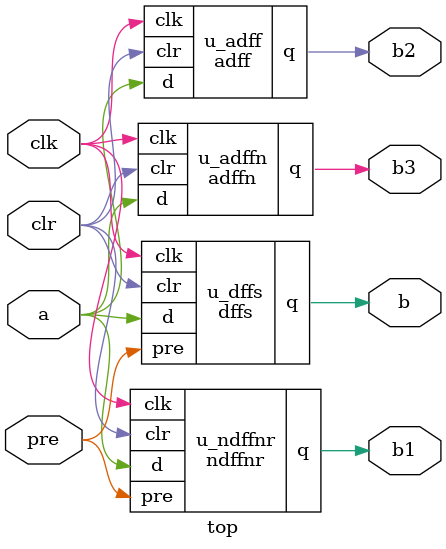
<source format=v>
module adff
    ( input d, clk, clr, output reg q );
    initial begin
      q = 0;
    end
	always @( posedge clk, posedge clr )
		if ( clr )
			q <= 1'b0;
		else
            q <= d;
endmodule

module adffn
    ( input d, clk, clr, output reg q );
    initial begin
      q = 0;
    end
	always @( posedge clk, negedge clr )
		if ( !clr )
			q <= 1'b0;
		else
            q <= d;
endmodule

module dffs
    ( input d, clk, pre, clr, output reg q );
    initial begin
      q = 0;
    end
	always @( posedge clk, posedge pre )
		if ( pre )
			q <= 1'b1;
		else
            q <= d;
endmodule

module ndffnr
    ( input d, clk, pre, clr, output reg q );
    initial begin
      q = 0;
    end
	always @( negedge clk, negedge pre )
		if ( !pre )
			q <= 1'b1;
		else
            q <= d;
endmodule

module top (
input clk,
input clr,
input pre,
input a,
output b,b1,b2,b3
);

dffs u_dffs (
        .clk (clk ),
        .clr (clr),
        .pre (pre),
        .d (a ),
        .q (b )
    );

ndffnr u_ndffnr (
        .clk (clk ),
        .clr (clr),
        .pre (pre),
        .d (a ),
        .q (b1 )
    );

adff u_adff (
        .clk (clk ),
        .clr (clr),
        .d (a ),
        .q (b2 )
    );

adffn u_adffn (
        .clk (clk ),
        .clr (clr),
        .d (a ),
        .q (b3 )
    );

endmodule

</source>
